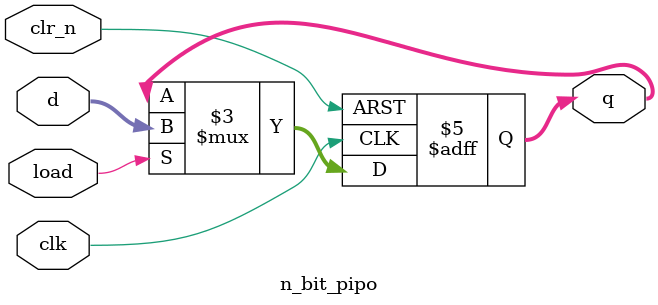
<source format=v>
module n_bit_pipo #(
    parameter N = 8
) (
    input clk, clr_n, load,
    input [N-1:0] d,
    output reg [N-1:0] q
);
    always @(posedge clk or negedge clr_n) begin
        if (!clr_n)
            q <= 0;
        else if (load)
            q <= d;
    end
endmodule
</source>
